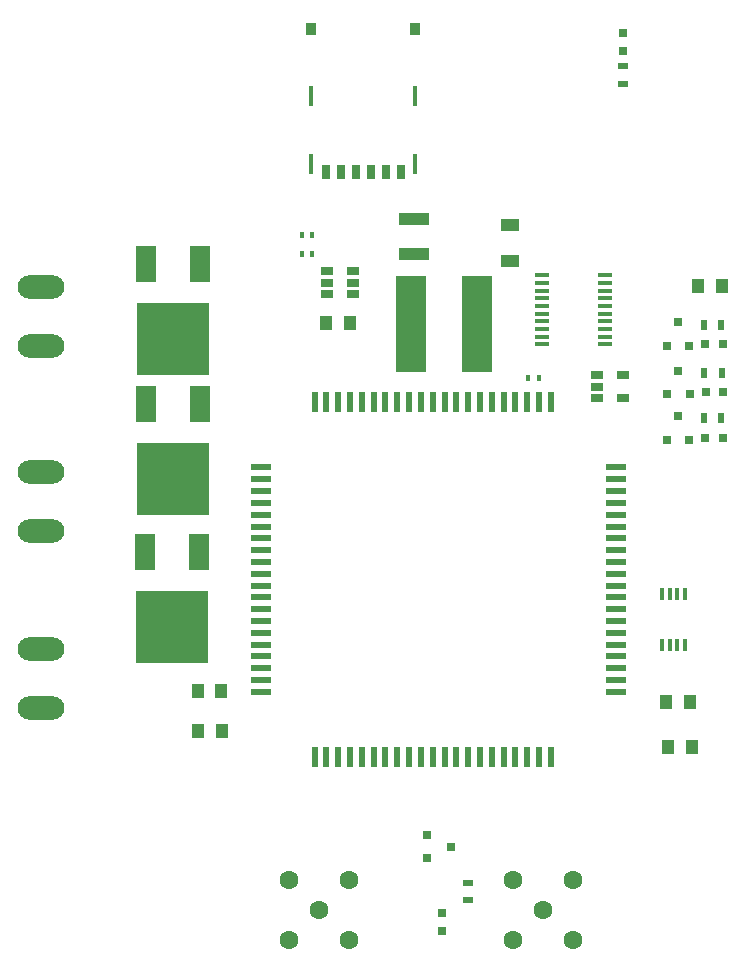
<source format=gtp>
G04 #@! TF.FileFunction,Paste,Top*
%FSLAX46Y46*%
G04 Gerber Fmt 4.6, Leading zero omitted, Abs format (unit mm)*
G04 Created by KiCad (PCBNEW (2015-05-05 BZR 5645)-product) date Thursday, September 03, 2015 'pmt' 04:49:33 pm*
%MOMM*%
G01*
G04 APERTURE LIST*
%ADD10C,0.100000*%
%ADD11R,1.800000X0.600000*%
%ADD12R,0.600000X1.800000*%
%ADD13R,1.651000X3.048000*%
%ADD14R,6.096000X6.096000*%
%ADD15R,1.600000X1.000000*%
%ADD16R,1.000000X1.250000*%
%ADD17R,2.500000X1.000000*%
%ADD18R,0.797560X0.797560*%
%ADD19R,2.600000X8.200000*%
%ADD20C,1.600200*%
%ADD21R,0.400000X0.600000*%
%ADD22R,0.900000X0.500000*%
%ADD23R,0.500000X0.900000*%
%ADD24R,1.060000X0.650000*%
%ADD25R,1.270000X0.406400*%
%ADD26R,0.400000X1.100000*%
%ADD27O,3.962400X1.981200*%
%ADD28R,0.900000X1.000000*%
%ADD29R,0.350000X1.800000*%
%ADD30R,0.650000X1.300000*%
%ADD31R,0.800100X0.800100*%
G04 APERTURE END LIST*
D10*
D11*
X151650000Y-119400000D03*
X121650000Y-100400000D03*
D12*
X126150000Y-124900000D03*
X146150000Y-94900000D03*
X145150000Y-94900000D03*
X144150000Y-94900000D03*
X143150000Y-94900000D03*
X142150000Y-94900000D03*
X141150000Y-94900000D03*
X140150000Y-94900000D03*
X139150000Y-94900000D03*
X138150000Y-94900000D03*
X137150000Y-94900000D03*
X136150000Y-94900000D03*
X135150000Y-94900000D03*
X134150000Y-94900000D03*
X133150000Y-94900000D03*
X132150000Y-94900000D03*
X131150000Y-94900000D03*
X130150000Y-94900000D03*
X129150000Y-94900000D03*
X128150000Y-94900000D03*
X127150000Y-94900000D03*
X126150000Y-94900000D03*
X127150000Y-124900000D03*
X128150000Y-124900000D03*
X129150000Y-124900000D03*
X130150000Y-124900000D03*
X131150000Y-124900000D03*
X132150000Y-124900000D03*
X133150000Y-124900000D03*
X134150000Y-124900000D03*
X135150000Y-124900000D03*
X136150000Y-124900000D03*
X137150000Y-124900000D03*
X138150000Y-124900000D03*
X139150000Y-124900000D03*
X140150000Y-124900000D03*
X141150000Y-124900000D03*
X142150000Y-124900000D03*
X143150000Y-124900000D03*
X144150000Y-124900000D03*
X145150000Y-124900000D03*
X146150000Y-124900000D03*
D11*
X121650000Y-101400000D03*
X121650000Y-102400000D03*
X121650000Y-103400000D03*
X121650000Y-104400000D03*
X121650000Y-105400000D03*
X121650000Y-106400000D03*
X121650000Y-107400000D03*
X121650000Y-108400000D03*
X121650000Y-109400000D03*
X121650000Y-110400000D03*
X121650000Y-111400000D03*
X121650000Y-112400000D03*
X121650000Y-113400000D03*
X121650000Y-114400000D03*
X121650000Y-115400000D03*
X121650000Y-116400000D03*
X121650000Y-117400000D03*
X121650000Y-118400000D03*
X121650000Y-119400000D03*
X151650000Y-118400000D03*
X151650000Y-117400000D03*
X151650000Y-116400000D03*
X151650000Y-115400000D03*
X151650000Y-114400000D03*
X151650000Y-113400000D03*
X151650000Y-112400000D03*
X151650000Y-111400000D03*
X151650000Y-110400000D03*
X151650000Y-109400000D03*
X151650000Y-108400000D03*
X151650000Y-107400000D03*
X151650000Y-106400000D03*
X151650000Y-105400000D03*
X151650000Y-104400000D03*
X151650000Y-103400000D03*
X151650000Y-102400000D03*
X151650000Y-101400000D03*
X151650000Y-100400000D03*
D13*
X116386000Y-107537000D03*
D14*
X114100000Y-113887000D03*
D13*
X111814000Y-107537000D03*
X116436000Y-95037000D03*
D14*
X114150000Y-101387000D03*
D13*
X111864000Y-95037000D03*
X116436000Y-83137000D03*
D14*
X114150000Y-89487000D03*
D13*
X111864000Y-83137000D03*
D15*
X142700000Y-82900000D03*
X142700000Y-79900000D03*
D16*
X127150000Y-88200000D03*
X129150000Y-88200000D03*
D17*
X134550000Y-82350000D03*
X134550000Y-79350000D03*
D16*
X155900000Y-120300000D03*
X157900000Y-120300000D03*
X116250000Y-119350000D03*
X118250000Y-119350000D03*
X158100000Y-124100000D03*
X156100000Y-124100000D03*
X118300000Y-122750000D03*
X116300000Y-122750000D03*
D18*
X136900000Y-138150700D03*
X136900000Y-139649300D03*
X160699300Y-97900000D03*
X159200700Y-97900000D03*
X152250000Y-65099300D03*
X152250000Y-63600700D03*
D19*
X134300000Y-88250000D03*
X139900000Y-88250000D03*
D20*
X123960000Y-135360000D03*
X123960000Y-140440000D03*
X129040000Y-135360000D03*
X129040000Y-140440000D03*
X126500000Y-137900000D03*
X142960000Y-135360000D03*
X142960000Y-140440000D03*
X148040000Y-135360000D03*
X148040000Y-140440000D03*
X145500000Y-137900000D03*
D21*
X125950000Y-80700000D03*
X125050000Y-80700000D03*
X125950000Y-82300000D03*
X125050000Y-82300000D03*
X144250000Y-92800000D03*
X145150000Y-92800000D03*
D22*
X139100000Y-137050000D03*
X139100000Y-135550000D03*
D23*
X160600000Y-96250000D03*
X159100000Y-96250000D03*
D22*
X152250000Y-66450000D03*
X152250000Y-67950000D03*
D24*
X129400000Y-85700000D03*
X129400000Y-84750000D03*
X129400000Y-83800000D03*
X127200000Y-83800000D03*
X127200000Y-85700000D03*
X127200000Y-84750000D03*
D25*
X150717000Y-89971000D03*
X150717000Y-89336000D03*
X150717000Y-88675600D03*
X150717000Y-88015200D03*
X150717000Y-87380200D03*
X150717000Y-86719800D03*
X150717000Y-86059400D03*
X150717000Y-85424400D03*
X150717000Y-84764000D03*
X150717000Y-84129000D03*
X145383000Y-84129000D03*
X145383000Y-84764000D03*
X145383000Y-85424400D03*
X145383000Y-86059400D03*
X145383000Y-86719800D03*
X145383000Y-87380200D03*
X145383000Y-88015200D03*
X145383000Y-88675600D03*
X145383000Y-89336000D03*
X145383000Y-89971000D03*
D16*
X158650000Y-85000000D03*
X160650000Y-85000000D03*
D24*
X150050000Y-92600000D03*
X150050000Y-93550000D03*
X150050000Y-94500000D03*
X152250000Y-94500000D03*
X152250000Y-92600000D03*
D26*
X157525000Y-111100000D03*
X156875000Y-111100000D03*
X156225000Y-111100000D03*
X155575000Y-111100000D03*
X155575000Y-115400000D03*
X156225000Y-115400000D03*
X156875000Y-115400000D03*
X157525000Y-115400000D03*
D27*
X103000000Y-120750000D03*
X103000000Y-115750000D03*
X103000000Y-105750000D03*
X103000000Y-100750000D03*
X103000000Y-90150000D03*
X103000000Y-85150000D03*
D28*
X125850000Y-63260000D03*
D29*
X125830000Y-68980000D03*
X134670000Y-68980000D03*
X125830000Y-74730000D03*
D30*
X129615000Y-75400000D03*
X130885000Y-75400000D03*
X128345000Y-75400000D03*
X127075000Y-75400000D03*
X132155000Y-75400000D03*
X133425000Y-75400000D03*
D29*
X134670000Y-74730000D03*
D28*
X134650000Y-63260000D03*
D18*
X160749300Y-94050000D03*
X159250700Y-94050000D03*
X160699300Y-89950000D03*
X159200700Y-89950000D03*
D23*
X160650000Y-92400000D03*
X159150000Y-92400000D03*
X160600000Y-88300000D03*
X159100000Y-88300000D03*
D31*
X156000000Y-94200760D03*
X157900000Y-94200760D03*
X156950000Y-92201780D03*
X155950000Y-90125761D03*
X157850000Y-90125761D03*
X156900000Y-88126781D03*
X135699240Y-131550000D03*
X135699240Y-133450000D03*
X137698220Y-132500000D03*
X155950000Y-98050760D03*
X157850000Y-98050760D03*
X156900000Y-96051780D03*
M02*

</source>
